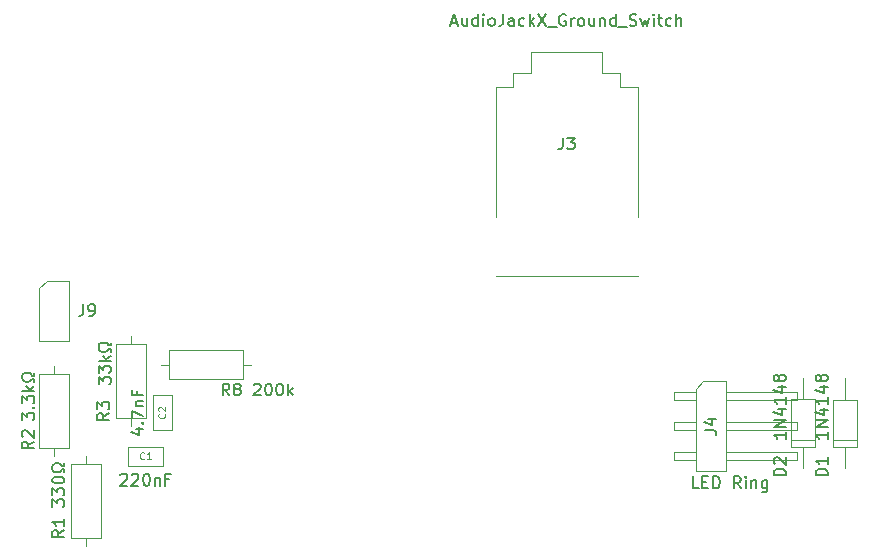
<source format=gbr>
%TF.GenerationSoftware,KiCad,Pcbnew,9.0.4*%
%TF.CreationDate,2025-09-18T23:21:34+02:00*%
%TF.ProjectId,X-DaysSynth,582d4461-7973-4537-996e-74682e6b6963,0.4*%
%TF.SameCoordinates,Original*%
%TF.FileFunction,AssemblyDrawing,Top*%
%FSLAX46Y46*%
G04 Gerber Fmt 4.6, Leading zero omitted, Abs format (unit mm)*
G04 Created by KiCad (PCBNEW 9.0.4) date 2025-09-18 23:21:34*
%MOMM*%
%LPD*%
G01*
G04 APERTURE LIST*
%ADD10C,0.150000*%
%ADD11C,0.090000*%
%ADD12C,0.100000*%
G04 APERTURE END LIST*
D10*
X109013666Y-64605819D02*
X109013666Y-65320104D01*
X109013666Y-65320104D02*
X108966047Y-65462961D01*
X108966047Y-65462961D02*
X108870809Y-65558200D01*
X108870809Y-65558200D02*
X108727952Y-65605819D01*
X108727952Y-65605819D02*
X108632714Y-65605819D01*
X109537476Y-65605819D02*
X109727952Y-65605819D01*
X109727952Y-65605819D02*
X109823190Y-65558200D01*
X109823190Y-65558200D02*
X109870809Y-65510580D01*
X109870809Y-65510580D02*
X109966047Y-65367723D01*
X109966047Y-65367723D02*
X110013666Y-65177247D01*
X110013666Y-65177247D02*
X110013666Y-64796295D01*
X110013666Y-64796295D02*
X109966047Y-64701057D01*
X109966047Y-64701057D02*
X109918428Y-64653438D01*
X109918428Y-64653438D02*
X109823190Y-64605819D01*
X109823190Y-64605819D02*
X109632714Y-64605819D01*
X109632714Y-64605819D02*
X109537476Y-64653438D01*
X109537476Y-64653438D02*
X109489857Y-64701057D01*
X109489857Y-64701057D02*
X109442238Y-64796295D01*
X109442238Y-64796295D02*
X109442238Y-65034390D01*
X109442238Y-65034390D02*
X109489857Y-65129628D01*
X109489857Y-65129628D02*
X109537476Y-65177247D01*
X109537476Y-65177247D02*
X109632714Y-65224866D01*
X109632714Y-65224866D02*
X109823190Y-65224866D01*
X109823190Y-65224866D02*
X109918428Y-65177247D01*
X109918428Y-65177247D02*
X109966047Y-65129628D01*
X109966047Y-65129628D02*
X110013666Y-65034390D01*
X140174293Y-40764504D02*
X140650483Y-40764504D01*
X140079055Y-41050219D02*
X140412388Y-40050219D01*
X140412388Y-40050219D02*
X140745721Y-41050219D01*
X141507626Y-40383552D02*
X141507626Y-41050219D01*
X141079055Y-40383552D02*
X141079055Y-40907361D01*
X141079055Y-40907361D02*
X141126674Y-41002600D01*
X141126674Y-41002600D02*
X141221912Y-41050219D01*
X141221912Y-41050219D02*
X141364769Y-41050219D01*
X141364769Y-41050219D02*
X141460007Y-41002600D01*
X141460007Y-41002600D02*
X141507626Y-40954980D01*
X142412388Y-41050219D02*
X142412388Y-40050219D01*
X142412388Y-41002600D02*
X142317150Y-41050219D01*
X142317150Y-41050219D02*
X142126674Y-41050219D01*
X142126674Y-41050219D02*
X142031436Y-41002600D01*
X142031436Y-41002600D02*
X141983817Y-40954980D01*
X141983817Y-40954980D02*
X141936198Y-40859742D01*
X141936198Y-40859742D02*
X141936198Y-40574028D01*
X141936198Y-40574028D02*
X141983817Y-40478790D01*
X141983817Y-40478790D02*
X142031436Y-40431171D01*
X142031436Y-40431171D02*
X142126674Y-40383552D01*
X142126674Y-40383552D02*
X142317150Y-40383552D01*
X142317150Y-40383552D02*
X142412388Y-40431171D01*
X142888579Y-41050219D02*
X142888579Y-40383552D01*
X142888579Y-40050219D02*
X142840960Y-40097838D01*
X142840960Y-40097838D02*
X142888579Y-40145457D01*
X142888579Y-40145457D02*
X142936198Y-40097838D01*
X142936198Y-40097838D02*
X142888579Y-40050219D01*
X142888579Y-40050219D02*
X142888579Y-40145457D01*
X143507626Y-41050219D02*
X143412388Y-41002600D01*
X143412388Y-41002600D02*
X143364769Y-40954980D01*
X143364769Y-40954980D02*
X143317150Y-40859742D01*
X143317150Y-40859742D02*
X143317150Y-40574028D01*
X143317150Y-40574028D02*
X143364769Y-40478790D01*
X143364769Y-40478790D02*
X143412388Y-40431171D01*
X143412388Y-40431171D02*
X143507626Y-40383552D01*
X143507626Y-40383552D02*
X143650483Y-40383552D01*
X143650483Y-40383552D02*
X143745721Y-40431171D01*
X143745721Y-40431171D02*
X143793340Y-40478790D01*
X143793340Y-40478790D02*
X143840959Y-40574028D01*
X143840959Y-40574028D02*
X143840959Y-40859742D01*
X143840959Y-40859742D02*
X143793340Y-40954980D01*
X143793340Y-40954980D02*
X143745721Y-41002600D01*
X143745721Y-41002600D02*
X143650483Y-41050219D01*
X143650483Y-41050219D02*
X143507626Y-41050219D01*
X144555245Y-40050219D02*
X144555245Y-40764504D01*
X144555245Y-40764504D02*
X144507626Y-40907361D01*
X144507626Y-40907361D02*
X144412388Y-41002600D01*
X144412388Y-41002600D02*
X144269531Y-41050219D01*
X144269531Y-41050219D02*
X144174293Y-41050219D01*
X145460007Y-41050219D02*
X145460007Y-40526409D01*
X145460007Y-40526409D02*
X145412388Y-40431171D01*
X145412388Y-40431171D02*
X145317150Y-40383552D01*
X145317150Y-40383552D02*
X145126674Y-40383552D01*
X145126674Y-40383552D02*
X145031436Y-40431171D01*
X145460007Y-41002600D02*
X145364769Y-41050219D01*
X145364769Y-41050219D02*
X145126674Y-41050219D01*
X145126674Y-41050219D02*
X145031436Y-41002600D01*
X145031436Y-41002600D02*
X144983817Y-40907361D01*
X144983817Y-40907361D02*
X144983817Y-40812123D01*
X144983817Y-40812123D02*
X145031436Y-40716885D01*
X145031436Y-40716885D02*
X145126674Y-40669266D01*
X145126674Y-40669266D02*
X145364769Y-40669266D01*
X145364769Y-40669266D02*
X145460007Y-40621647D01*
X146364769Y-41002600D02*
X146269531Y-41050219D01*
X146269531Y-41050219D02*
X146079055Y-41050219D01*
X146079055Y-41050219D02*
X145983817Y-41002600D01*
X145983817Y-41002600D02*
X145936198Y-40954980D01*
X145936198Y-40954980D02*
X145888579Y-40859742D01*
X145888579Y-40859742D02*
X145888579Y-40574028D01*
X145888579Y-40574028D02*
X145936198Y-40478790D01*
X145936198Y-40478790D02*
X145983817Y-40431171D01*
X145983817Y-40431171D02*
X146079055Y-40383552D01*
X146079055Y-40383552D02*
X146269531Y-40383552D01*
X146269531Y-40383552D02*
X146364769Y-40431171D01*
X146793341Y-41050219D02*
X146793341Y-40050219D01*
X146888579Y-40669266D02*
X147174293Y-41050219D01*
X147174293Y-40383552D02*
X146793341Y-40764504D01*
X147507627Y-40050219D02*
X148174293Y-41050219D01*
X148174293Y-40050219D02*
X147507627Y-41050219D01*
X148317151Y-41145457D02*
X149079055Y-41145457D01*
X149840960Y-40097838D02*
X149745722Y-40050219D01*
X149745722Y-40050219D02*
X149602865Y-40050219D01*
X149602865Y-40050219D02*
X149460008Y-40097838D01*
X149460008Y-40097838D02*
X149364770Y-40193076D01*
X149364770Y-40193076D02*
X149317151Y-40288314D01*
X149317151Y-40288314D02*
X149269532Y-40478790D01*
X149269532Y-40478790D02*
X149269532Y-40621647D01*
X149269532Y-40621647D02*
X149317151Y-40812123D01*
X149317151Y-40812123D02*
X149364770Y-40907361D01*
X149364770Y-40907361D02*
X149460008Y-41002600D01*
X149460008Y-41002600D02*
X149602865Y-41050219D01*
X149602865Y-41050219D02*
X149698103Y-41050219D01*
X149698103Y-41050219D02*
X149840960Y-41002600D01*
X149840960Y-41002600D02*
X149888579Y-40954980D01*
X149888579Y-40954980D02*
X149888579Y-40621647D01*
X149888579Y-40621647D02*
X149698103Y-40621647D01*
X150317151Y-41050219D02*
X150317151Y-40383552D01*
X150317151Y-40574028D02*
X150364770Y-40478790D01*
X150364770Y-40478790D02*
X150412389Y-40431171D01*
X150412389Y-40431171D02*
X150507627Y-40383552D01*
X150507627Y-40383552D02*
X150602865Y-40383552D01*
X151079056Y-41050219D02*
X150983818Y-41002600D01*
X150983818Y-41002600D02*
X150936199Y-40954980D01*
X150936199Y-40954980D02*
X150888580Y-40859742D01*
X150888580Y-40859742D02*
X150888580Y-40574028D01*
X150888580Y-40574028D02*
X150936199Y-40478790D01*
X150936199Y-40478790D02*
X150983818Y-40431171D01*
X150983818Y-40431171D02*
X151079056Y-40383552D01*
X151079056Y-40383552D02*
X151221913Y-40383552D01*
X151221913Y-40383552D02*
X151317151Y-40431171D01*
X151317151Y-40431171D02*
X151364770Y-40478790D01*
X151364770Y-40478790D02*
X151412389Y-40574028D01*
X151412389Y-40574028D02*
X151412389Y-40859742D01*
X151412389Y-40859742D02*
X151364770Y-40954980D01*
X151364770Y-40954980D02*
X151317151Y-41002600D01*
X151317151Y-41002600D02*
X151221913Y-41050219D01*
X151221913Y-41050219D02*
X151079056Y-41050219D01*
X152269532Y-40383552D02*
X152269532Y-41050219D01*
X151840961Y-40383552D02*
X151840961Y-40907361D01*
X151840961Y-40907361D02*
X151888580Y-41002600D01*
X151888580Y-41002600D02*
X151983818Y-41050219D01*
X151983818Y-41050219D02*
X152126675Y-41050219D01*
X152126675Y-41050219D02*
X152221913Y-41002600D01*
X152221913Y-41002600D02*
X152269532Y-40954980D01*
X152745723Y-40383552D02*
X152745723Y-41050219D01*
X152745723Y-40478790D02*
X152793342Y-40431171D01*
X152793342Y-40431171D02*
X152888580Y-40383552D01*
X152888580Y-40383552D02*
X153031437Y-40383552D01*
X153031437Y-40383552D02*
X153126675Y-40431171D01*
X153126675Y-40431171D02*
X153174294Y-40526409D01*
X153174294Y-40526409D02*
X153174294Y-41050219D01*
X154079056Y-41050219D02*
X154079056Y-40050219D01*
X154079056Y-41002600D02*
X153983818Y-41050219D01*
X153983818Y-41050219D02*
X153793342Y-41050219D01*
X153793342Y-41050219D02*
X153698104Y-41002600D01*
X153698104Y-41002600D02*
X153650485Y-40954980D01*
X153650485Y-40954980D02*
X153602866Y-40859742D01*
X153602866Y-40859742D02*
X153602866Y-40574028D01*
X153602866Y-40574028D02*
X153650485Y-40478790D01*
X153650485Y-40478790D02*
X153698104Y-40431171D01*
X153698104Y-40431171D02*
X153793342Y-40383552D01*
X153793342Y-40383552D02*
X153983818Y-40383552D01*
X153983818Y-40383552D02*
X154079056Y-40431171D01*
X154317152Y-41145457D02*
X155079056Y-41145457D01*
X155269533Y-41002600D02*
X155412390Y-41050219D01*
X155412390Y-41050219D02*
X155650485Y-41050219D01*
X155650485Y-41050219D02*
X155745723Y-41002600D01*
X155745723Y-41002600D02*
X155793342Y-40954980D01*
X155793342Y-40954980D02*
X155840961Y-40859742D01*
X155840961Y-40859742D02*
X155840961Y-40764504D01*
X155840961Y-40764504D02*
X155793342Y-40669266D01*
X155793342Y-40669266D02*
X155745723Y-40621647D01*
X155745723Y-40621647D02*
X155650485Y-40574028D01*
X155650485Y-40574028D02*
X155460009Y-40526409D01*
X155460009Y-40526409D02*
X155364771Y-40478790D01*
X155364771Y-40478790D02*
X155317152Y-40431171D01*
X155317152Y-40431171D02*
X155269533Y-40335933D01*
X155269533Y-40335933D02*
X155269533Y-40240695D01*
X155269533Y-40240695D02*
X155317152Y-40145457D01*
X155317152Y-40145457D02*
X155364771Y-40097838D01*
X155364771Y-40097838D02*
X155460009Y-40050219D01*
X155460009Y-40050219D02*
X155698104Y-40050219D01*
X155698104Y-40050219D02*
X155840961Y-40097838D01*
X156174295Y-40383552D02*
X156364771Y-41050219D01*
X156364771Y-41050219D02*
X156555247Y-40574028D01*
X156555247Y-40574028D02*
X156745723Y-41050219D01*
X156745723Y-41050219D02*
X156936199Y-40383552D01*
X157317152Y-41050219D02*
X157317152Y-40383552D01*
X157317152Y-40050219D02*
X157269533Y-40097838D01*
X157269533Y-40097838D02*
X157317152Y-40145457D01*
X157317152Y-40145457D02*
X157364771Y-40097838D01*
X157364771Y-40097838D02*
X157317152Y-40050219D01*
X157317152Y-40050219D02*
X157317152Y-40145457D01*
X157650485Y-40383552D02*
X158031437Y-40383552D01*
X157793342Y-40050219D02*
X157793342Y-40907361D01*
X157793342Y-40907361D02*
X157840961Y-41002600D01*
X157840961Y-41002600D02*
X157936199Y-41050219D01*
X157936199Y-41050219D02*
X158031437Y-41050219D01*
X158793342Y-41002600D02*
X158698104Y-41050219D01*
X158698104Y-41050219D02*
X158507628Y-41050219D01*
X158507628Y-41050219D02*
X158412390Y-41002600D01*
X158412390Y-41002600D02*
X158364771Y-40954980D01*
X158364771Y-40954980D02*
X158317152Y-40859742D01*
X158317152Y-40859742D02*
X158317152Y-40574028D01*
X158317152Y-40574028D02*
X158364771Y-40478790D01*
X158364771Y-40478790D02*
X158412390Y-40431171D01*
X158412390Y-40431171D02*
X158507628Y-40383552D01*
X158507628Y-40383552D02*
X158698104Y-40383552D01*
X158698104Y-40383552D02*
X158793342Y-40431171D01*
X159221914Y-41050219D02*
X159221914Y-40050219D01*
X159650485Y-41050219D02*
X159650485Y-40526409D01*
X159650485Y-40526409D02*
X159602866Y-40431171D01*
X159602866Y-40431171D02*
X159507628Y-40383552D01*
X159507628Y-40383552D02*
X159364771Y-40383552D01*
X159364771Y-40383552D02*
X159269533Y-40431171D01*
X159269533Y-40431171D02*
X159221914Y-40478790D01*
X149602866Y-50510219D02*
X149602866Y-51224504D01*
X149602866Y-51224504D02*
X149555247Y-51367361D01*
X149555247Y-51367361D02*
X149460009Y-51462600D01*
X149460009Y-51462600D02*
X149317152Y-51510219D01*
X149317152Y-51510219D02*
X149221914Y-51510219D01*
X149983819Y-50510219D02*
X150602866Y-50510219D01*
X150602866Y-50510219D02*
X150269533Y-50891171D01*
X150269533Y-50891171D02*
X150412390Y-50891171D01*
X150412390Y-50891171D02*
X150507628Y-50938790D01*
X150507628Y-50938790D02*
X150555247Y-50986409D01*
X150555247Y-50986409D02*
X150602866Y-51081647D01*
X150602866Y-51081647D02*
X150602866Y-51319742D01*
X150602866Y-51319742D02*
X150555247Y-51414980D01*
X150555247Y-51414980D02*
X150507628Y-51462600D01*
X150507628Y-51462600D02*
X150412390Y-51510219D01*
X150412390Y-51510219D02*
X150126676Y-51510219D01*
X150126676Y-51510219D02*
X150031438Y-51462600D01*
X150031438Y-51462600D02*
X149983819Y-51414980D01*
X110325819Y-71381713D02*
X110325819Y-70762666D01*
X110325819Y-70762666D02*
X110706771Y-71095999D01*
X110706771Y-71095999D02*
X110706771Y-70953142D01*
X110706771Y-70953142D02*
X110754390Y-70857904D01*
X110754390Y-70857904D02*
X110802009Y-70810285D01*
X110802009Y-70810285D02*
X110897247Y-70762666D01*
X110897247Y-70762666D02*
X111135342Y-70762666D01*
X111135342Y-70762666D02*
X111230580Y-70810285D01*
X111230580Y-70810285D02*
X111278200Y-70857904D01*
X111278200Y-70857904D02*
X111325819Y-70953142D01*
X111325819Y-70953142D02*
X111325819Y-71238856D01*
X111325819Y-71238856D02*
X111278200Y-71334094D01*
X111278200Y-71334094D02*
X111230580Y-71381713D01*
X110325819Y-70429332D02*
X110325819Y-69810285D01*
X110325819Y-69810285D02*
X110706771Y-70143618D01*
X110706771Y-70143618D02*
X110706771Y-70000761D01*
X110706771Y-70000761D02*
X110754390Y-69905523D01*
X110754390Y-69905523D02*
X110802009Y-69857904D01*
X110802009Y-69857904D02*
X110897247Y-69810285D01*
X110897247Y-69810285D02*
X111135342Y-69810285D01*
X111135342Y-69810285D02*
X111230580Y-69857904D01*
X111230580Y-69857904D02*
X111278200Y-69905523D01*
X111278200Y-69905523D02*
X111325819Y-70000761D01*
X111325819Y-70000761D02*
X111325819Y-70286475D01*
X111325819Y-70286475D02*
X111278200Y-70381713D01*
X111278200Y-70381713D02*
X111230580Y-70429332D01*
X111325819Y-69381713D02*
X110325819Y-69381713D01*
X110944866Y-69286475D02*
X111325819Y-69000761D01*
X110659152Y-69000761D02*
X111040104Y-69381713D01*
X111325819Y-68619808D02*
X111325819Y-68381713D01*
X111325819Y-68381713D02*
X111135342Y-68381713D01*
X111135342Y-68381713D02*
X111087723Y-68476951D01*
X111087723Y-68476951D02*
X110992485Y-68572189D01*
X110992485Y-68572189D02*
X110849628Y-68619808D01*
X110849628Y-68619808D02*
X110611533Y-68619808D01*
X110611533Y-68619808D02*
X110468676Y-68572189D01*
X110468676Y-68572189D02*
X110373438Y-68476951D01*
X110373438Y-68476951D02*
X110325819Y-68334094D01*
X110325819Y-68334094D02*
X110325819Y-68143618D01*
X110325819Y-68143618D02*
X110373438Y-68000761D01*
X110373438Y-68000761D02*
X110468676Y-67905523D01*
X110468676Y-67905523D02*
X110611533Y-67857904D01*
X110611533Y-67857904D02*
X110849628Y-67857904D01*
X110849628Y-67857904D02*
X110992485Y-67905523D01*
X110992485Y-67905523D02*
X111087723Y-68000761D01*
X111087723Y-68000761D02*
X111135342Y-68095999D01*
X111135342Y-68095999D02*
X111325819Y-68095999D01*
X111325819Y-68095999D02*
X111325819Y-67857904D01*
X111198819Y-73826666D02*
X110722628Y-74159999D01*
X111198819Y-74398094D02*
X110198819Y-74398094D01*
X110198819Y-74398094D02*
X110198819Y-74017142D01*
X110198819Y-74017142D02*
X110246438Y-73921904D01*
X110246438Y-73921904D02*
X110294057Y-73874285D01*
X110294057Y-73874285D02*
X110389295Y-73826666D01*
X110389295Y-73826666D02*
X110532152Y-73826666D01*
X110532152Y-73826666D02*
X110627390Y-73874285D01*
X110627390Y-73874285D02*
X110675009Y-73921904D01*
X110675009Y-73921904D02*
X110722628Y-74017142D01*
X110722628Y-74017142D02*
X110722628Y-74398094D01*
X110198819Y-73493332D02*
X110198819Y-72874285D01*
X110198819Y-72874285D02*
X110579771Y-73207618D01*
X110579771Y-73207618D02*
X110579771Y-73064761D01*
X110579771Y-73064761D02*
X110627390Y-72969523D01*
X110627390Y-72969523D02*
X110675009Y-72921904D01*
X110675009Y-72921904D02*
X110770247Y-72874285D01*
X110770247Y-72874285D02*
X111008342Y-72874285D01*
X111008342Y-72874285D02*
X111103580Y-72921904D01*
X111103580Y-72921904D02*
X111151200Y-72969523D01*
X111151200Y-72969523D02*
X111198819Y-73064761D01*
X111198819Y-73064761D02*
X111198819Y-73350475D01*
X111198819Y-73350475D02*
X111151200Y-73445713D01*
X111151200Y-73445713D02*
X111103580Y-73493332D01*
X112160952Y-79070057D02*
X112208571Y-79022438D01*
X112208571Y-79022438D02*
X112303809Y-78974819D01*
X112303809Y-78974819D02*
X112541904Y-78974819D01*
X112541904Y-78974819D02*
X112637142Y-79022438D01*
X112637142Y-79022438D02*
X112684761Y-79070057D01*
X112684761Y-79070057D02*
X112732380Y-79165295D01*
X112732380Y-79165295D02*
X112732380Y-79260533D01*
X112732380Y-79260533D02*
X112684761Y-79403390D01*
X112684761Y-79403390D02*
X112113333Y-79974819D01*
X112113333Y-79974819D02*
X112732380Y-79974819D01*
X113113333Y-79070057D02*
X113160952Y-79022438D01*
X113160952Y-79022438D02*
X113256190Y-78974819D01*
X113256190Y-78974819D02*
X113494285Y-78974819D01*
X113494285Y-78974819D02*
X113589523Y-79022438D01*
X113589523Y-79022438D02*
X113637142Y-79070057D01*
X113637142Y-79070057D02*
X113684761Y-79165295D01*
X113684761Y-79165295D02*
X113684761Y-79260533D01*
X113684761Y-79260533D02*
X113637142Y-79403390D01*
X113637142Y-79403390D02*
X113065714Y-79974819D01*
X113065714Y-79974819D02*
X113684761Y-79974819D01*
X114303809Y-78974819D02*
X114399047Y-78974819D01*
X114399047Y-78974819D02*
X114494285Y-79022438D01*
X114494285Y-79022438D02*
X114541904Y-79070057D01*
X114541904Y-79070057D02*
X114589523Y-79165295D01*
X114589523Y-79165295D02*
X114637142Y-79355771D01*
X114637142Y-79355771D02*
X114637142Y-79593866D01*
X114637142Y-79593866D02*
X114589523Y-79784342D01*
X114589523Y-79784342D02*
X114541904Y-79879580D01*
X114541904Y-79879580D02*
X114494285Y-79927200D01*
X114494285Y-79927200D02*
X114399047Y-79974819D01*
X114399047Y-79974819D02*
X114303809Y-79974819D01*
X114303809Y-79974819D02*
X114208571Y-79927200D01*
X114208571Y-79927200D02*
X114160952Y-79879580D01*
X114160952Y-79879580D02*
X114113333Y-79784342D01*
X114113333Y-79784342D02*
X114065714Y-79593866D01*
X114065714Y-79593866D02*
X114065714Y-79355771D01*
X114065714Y-79355771D02*
X114113333Y-79165295D01*
X114113333Y-79165295D02*
X114160952Y-79070057D01*
X114160952Y-79070057D02*
X114208571Y-79022438D01*
X114208571Y-79022438D02*
X114303809Y-78974819D01*
X115065714Y-79308152D02*
X115065714Y-79974819D01*
X115065714Y-79403390D02*
X115113333Y-79355771D01*
X115113333Y-79355771D02*
X115208571Y-79308152D01*
X115208571Y-79308152D02*
X115351428Y-79308152D01*
X115351428Y-79308152D02*
X115446666Y-79355771D01*
X115446666Y-79355771D02*
X115494285Y-79451009D01*
X115494285Y-79451009D02*
X115494285Y-79974819D01*
X116303809Y-79451009D02*
X115970476Y-79451009D01*
X115970476Y-79974819D02*
X115970476Y-78974819D01*
X115970476Y-78974819D02*
X116446666Y-78974819D01*
D11*
X114180000Y-77685748D02*
X114151428Y-77714320D01*
X114151428Y-77714320D02*
X114065714Y-77742891D01*
X114065714Y-77742891D02*
X114008571Y-77742891D01*
X114008571Y-77742891D02*
X113922857Y-77714320D01*
X113922857Y-77714320D02*
X113865714Y-77657177D01*
X113865714Y-77657177D02*
X113837143Y-77600034D01*
X113837143Y-77600034D02*
X113808571Y-77485748D01*
X113808571Y-77485748D02*
X113808571Y-77400034D01*
X113808571Y-77400034D02*
X113837143Y-77285748D01*
X113837143Y-77285748D02*
X113865714Y-77228605D01*
X113865714Y-77228605D02*
X113922857Y-77171462D01*
X113922857Y-77171462D02*
X114008571Y-77142891D01*
X114008571Y-77142891D02*
X114065714Y-77142891D01*
X114065714Y-77142891D02*
X114151428Y-77171462D01*
X114151428Y-77171462D02*
X114180000Y-77200034D01*
X114751428Y-77742891D02*
X114408571Y-77742891D01*
X114580000Y-77742891D02*
X114580000Y-77142891D01*
X114580000Y-77142891D02*
X114522857Y-77228605D01*
X114522857Y-77228605D02*
X114465714Y-77285748D01*
X114465714Y-77285748D02*
X114408571Y-77314320D01*
D10*
X161103333Y-80194819D02*
X160627143Y-80194819D01*
X160627143Y-80194819D02*
X160627143Y-79194819D01*
X161436667Y-79671009D02*
X161770000Y-79671009D01*
X161912857Y-80194819D02*
X161436667Y-80194819D01*
X161436667Y-80194819D02*
X161436667Y-79194819D01*
X161436667Y-79194819D02*
X161912857Y-79194819D01*
X162341429Y-80194819D02*
X162341429Y-79194819D01*
X162341429Y-79194819D02*
X162579524Y-79194819D01*
X162579524Y-79194819D02*
X162722381Y-79242438D01*
X162722381Y-79242438D02*
X162817619Y-79337676D01*
X162817619Y-79337676D02*
X162865238Y-79432914D01*
X162865238Y-79432914D02*
X162912857Y-79623390D01*
X162912857Y-79623390D02*
X162912857Y-79766247D01*
X162912857Y-79766247D02*
X162865238Y-79956723D01*
X162865238Y-79956723D02*
X162817619Y-80051961D01*
X162817619Y-80051961D02*
X162722381Y-80147200D01*
X162722381Y-80147200D02*
X162579524Y-80194819D01*
X162579524Y-80194819D02*
X162341429Y-80194819D01*
X164674762Y-80194819D02*
X164341429Y-79718628D01*
X164103334Y-80194819D02*
X164103334Y-79194819D01*
X164103334Y-79194819D02*
X164484286Y-79194819D01*
X164484286Y-79194819D02*
X164579524Y-79242438D01*
X164579524Y-79242438D02*
X164627143Y-79290057D01*
X164627143Y-79290057D02*
X164674762Y-79385295D01*
X164674762Y-79385295D02*
X164674762Y-79528152D01*
X164674762Y-79528152D02*
X164627143Y-79623390D01*
X164627143Y-79623390D02*
X164579524Y-79671009D01*
X164579524Y-79671009D02*
X164484286Y-79718628D01*
X164484286Y-79718628D02*
X164103334Y-79718628D01*
X165103334Y-80194819D02*
X165103334Y-79528152D01*
X165103334Y-79194819D02*
X165055715Y-79242438D01*
X165055715Y-79242438D02*
X165103334Y-79290057D01*
X165103334Y-79290057D02*
X165150953Y-79242438D01*
X165150953Y-79242438D02*
X165103334Y-79194819D01*
X165103334Y-79194819D02*
X165103334Y-79290057D01*
X165579524Y-79528152D02*
X165579524Y-80194819D01*
X165579524Y-79623390D02*
X165627143Y-79575771D01*
X165627143Y-79575771D02*
X165722381Y-79528152D01*
X165722381Y-79528152D02*
X165865238Y-79528152D01*
X165865238Y-79528152D02*
X165960476Y-79575771D01*
X165960476Y-79575771D02*
X166008095Y-79671009D01*
X166008095Y-79671009D02*
X166008095Y-80194819D01*
X166912857Y-79528152D02*
X166912857Y-80337676D01*
X166912857Y-80337676D02*
X166865238Y-80432914D01*
X166865238Y-80432914D02*
X166817619Y-80480533D01*
X166817619Y-80480533D02*
X166722381Y-80528152D01*
X166722381Y-80528152D02*
X166579524Y-80528152D01*
X166579524Y-80528152D02*
X166484286Y-80480533D01*
X166912857Y-80147200D02*
X166817619Y-80194819D01*
X166817619Y-80194819D02*
X166627143Y-80194819D01*
X166627143Y-80194819D02*
X166531905Y-80147200D01*
X166531905Y-80147200D02*
X166484286Y-80099580D01*
X166484286Y-80099580D02*
X166436667Y-80004342D01*
X166436667Y-80004342D02*
X166436667Y-79718628D01*
X166436667Y-79718628D02*
X166484286Y-79623390D01*
X166484286Y-79623390D02*
X166531905Y-79575771D01*
X166531905Y-79575771D02*
X166627143Y-79528152D01*
X166627143Y-79528152D02*
X166817619Y-79528152D01*
X166817619Y-79528152D02*
X166912857Y-79575771D01*
X161609818Y-75263333D02*
X162324103Y-75263333D01*
X162324103Y-75263333D02*
X162466960Y-75310952D01*
X162466960Y-75310952D02*
X162562199Y-75406190D01*
X162562199Y-75406190D02*
X162609818Y-75549047D01*
X162609818Y-75549047D02*
X162609818Y-75644285D01*
X161943151Y-74358571D02*
X162609818Y-74358571D01*
X161562199Y-74596666D02*
X162276484Y-74834761D01*
X162276484Y-74834761D02*
X162276484Y-74215714D01*
X103848819Y-74413808D02*
X103848819Y-73794761D01*
X103848819Y-73794761D02*
X104229771Y-74128094D01*
X104229771Y-74128094D02*
X104229771Y-73985237D01*
X104229771Y-73985237D02*
X104277390Y-73889999D01*
X104277390Y-73889999D02*
X104325009Y-73842380D01*
X104325009Y-73842380D02*
X104420247Y-73794761D01*
X104420247Y-73794761D02*
X104658342Y-73794761D01*
X104658342Y-73794761D02*
X104753580Y-73842380D01*
X104753580Y-73842380D02*
X104801200Y-73889999D01*
X104801200Y-73889999D02*
X104848819Y-73985237D01*
X104848819Y-73985237D02*
X104848819Y-74270951D01*
X104848819Y-74270951D02*
X104801200Y-74366189D01*
X104801200Y-74366189D02*
X104753580Y-74413808D01*
X104753580Y-73366189D02*
X104801200Y-73318570D01*
X104801200Y-73318570D02*
X104848819Y-73366189D01*
X104848819Y-73366189D02*
X104801200Y-73413808D01*
X104801200Y-73413808D02*
X104753580Y-73366189D01*
X104753580Y-73366189D02*
X104848819Y-73366189D01*
X103848819Y-72985237D02*
X103848819Y-72366190D01*
X103848819Y-72366190D02*
X104229771Y-72699523D01*
X104229771Y-72699523D02*
X104229771Y-72556666D01*
X104229771Y-72556666D02*
X104277390Y-72461428D01*
X104277390Y-72461428D02*
X104325009Y-72413809D01*
X104325009Y-72413809D02*
X104420247Y-72366190D01*
X104420247Y-72366190D02*
X104658342Y-72366190D01*
X104658342Y-72366190D02*
X104753580Y-72413809D01*
X104753580Y-72413809D02*
X104801200Y-72461428D01*
X104801200Y-72461428D02*
X104848819Y-72556666D01*
X104848819Y-72556666D02*
X104848819Y-72842380D01*
X104848819Y-72842380D02*
X104801200Y-72937618D01*
X104801200Y-72937618D02*
X104753580Y-72985237D01*
X104848819Y-71937618D02*
X103848819Y-71937618D01*
X104467866Y-71842380D02*
X104848819Y-71556666D01*
X104182152Y-71556666D02*
X104563104Y-71937618D01*
X104848819Y-71175713D02*
X104848819Y-70937618D01*
X104848819Y-70937618D02*
X104658342Y-70937618D01*
X104658342Y-70937618D02*
X104610723Y-71032856D01*
X104610723Y-71032856D02*
X104515485Y-71128094D01*
X104515485Y-71128094D02*
X104372628Y-71175713D01*
X104372628Y-71175713D02*
X104134533Y-71175713D01*
X104134533Y-71175713D02*
X103991676Y-71128094D01*
X103991676Y-71128094D02*
X103896438Y-71032856D01*
X103896438Y-71032856D02*
X103848819Y-70889999D01*
X103848819Y-70889999D02*
X103848819Y-70699523D01*
X103848819Y-70699523D02*
X103896438Y-70556666D01*
X103896438Y-70556666D02*
X103991676Y-70461428D01*
X103991676Y-70461428D02*
X104134533Y-70413809D01*
X104134533Y-70413809D02*
X104372628Y-70413809D01*
X104372628Y-70413809D02*
X104515485Y-70461428D01*
X104515485Y-70461428D02*
X104610723Y-70556666D01*
X104610723Y-70556666D02*
X104658342Y-70651904D01*
X104658342Y-70651904D02*
X104848819Y-70651904D01*
X104848819Y-70651904D02*
X104848819Y-70413809D01*
X104805819Y-76239666D02*
X104329628Y-76572999D01*
X104805819Y-76811094D02*
X103805819Y-76811094D01*
X103805819Y-76811094D02*
X103805819Y-76430142D01*
X103805819Y-76430142D02*
X103853438Y-76334904D01*
X103853438Y-76334904D02*
X103901057Y-76287285D01*
X103901057Y-76287285D02*
X103996295Y-76239666D01*
X103996295Y-76239666D02*
X104139152Y-76239666D01*
X104139152Y-76239666D02*
X104234390Y-76287285D01*
X104234390Y-76287285D02*
X104282009Y-76334904D01*
X104282009Y-76334904D02*
X104329628Y-76430142D01*
X104329628Y-76430142D02*
X104329628Y-76811094D01*
X103901057Y-75858713D02*
X103853438Y-75811094D01*
X103853438Y-75811094D02*
X103805819Y-75715856D01*
X103805819Y-75715856D02*
X103805819Y-75477761D01*
X103805819Y-75477761D02*
X103853438Y-75382523D01*
X103853438Y-75382523D02*
X103901057Y-75334904D01*
X103901057Y-75334904D02*
X103996295Y-75287285D01*
X103996295Y-75287285D02*
X104091533Y-75287285D01*
X104091533Y-75287285D02*
X104234390Y-75334904D01*
X104234390Y-75334904D02*
X104805819Y-75906332D01*
X104805819Y-75906332D02*
X104805819Y-75287285D01*
X123452143Y-71432057D02*
X123499762Y-71384438D01*
X123499762Y-71384438D02*
X123595000Y-71336819D01*
X123595000Y-71336819D02*
X123833095Y-71336819D01*
X123833095Y-71336819D02*
X123928333Y-71384438D01*
X123928333Y-71384438D02*
X123975952Y-71432057D01*
X123975952Y-71432057D02*
X124023571Y-71527295D01*
X124023571Y-71527295D02*
X124023571Y-71622533D01*
X124023571Y-71622533D02*
X123975952Y-71765390D01*
X123975952Y-71765390D02*
X123404524Y-72336819D01*
X123404524Y-72336819D02*
X124023571Y-72336819D01*
X124642619Y-71336819D02*
X124737857Y-71336819D01*
X124737857Y-71336819D02*
X124833095Y-71384438D01*
X124833095Y-71384438D02*
X124880714Y-71432057D01*
X124880714Y-71432057D02*
X124928333Y-71527295D01*
X124928333Y-71527295D02*
X124975952Y-71717771D01*
X124975952Y-71717771D02*
X124975952Y-71955866D01*
X124975952Y-71955866D02*
X124928333Y-72146342D01*
X124928333Y-72146342D02*
X124880714Y-72241580D01*
X124880714Y-72241580D02*
X124833095Y-72289200D01*
X124833095Y-72289200D02*
X124737857Y-72336819D01*
X124737857Y-72336819D02*
X124642619Y-72336819D01*
X124642619Y-72336819D02*
X124547381Y-72289200D01*
X124547381Y-72289200D02*
X124499762Y-72241580D01*
X124499762Y-72241580D02*
X124452143Y-72146342D01*
X124452143Y-72146342D02*
X124404524Y-71955866D01*
X124404524Y-71955866D02*
X124404524Y-71717771D01*
X124404524Y-71717771D02*
X124452143Y-71527295D01*
X124452143Y-71527295D02*
X124499762Y-71432057D01*
X124499762Y-71432057D02*
X124547381Y-71384438D01*
X124547381Y-71384438D02*
X124642619Y-71336819D01*
X125595000Y-71336819D02*
X125690238Y-71336819D01*
X125690238Y-71336819D02*
X125785476Y-71384438D01*
X125785476Y-71384438D02*
X125833095Y-71432057D01*
X125833095Y-71432057D02*
X125880714Y-71527295D01*
X125880714Y-71527295D02*
X125928333Y-71717771D01*
X125928333Y-71717771D02*
X125928333Y-71955866D01*
X125928333Y-71955866D02*
X125880714Y-72146342D01*
X125880714Y-72146342D02*
X125833095Y-72241580D01*
X125833095Y-72241580D02*
X125785476Y-72289200D01*
X125785476Y-72289200D02*
X125690238Y-72336819D01*
X125690238Y-72336819D02*
X125595000Y-72336819D01*
X125595000Y-72336819D02*
X125499762Y-72289200D01*
X125499762Y-72289200D02*
X125452143Y-72241580D01*
X125452143Y-72241580D02*
X125404524Y-72146342D01*
X125404524Y-72146342D02*
X125356905Y-71955866D01*
X125356905Y-71955866D02*
X125356905Y-71717771D01*
X125356905Y-71717771D02*
X125404524Y-71527295D01*
X125404524Y-71527295D02*
X125452143Y-71432057D01*
X125452143Y-71432057D02*
X125499762Y-71384438D01*
X125499762Y-71384438D02*
X125595000Y-71336819D01*
X126356905Y-72336819D02*
X126356905Y-71336819D01*
X126452143Y-71955866D02*
X126737857Y-72336819D01*
X126737857Y-71670152D02*
X126356905Y-72051104D01*
X121372333Y-72336819D02*
X121039000Y-71860628D01*
X120800905Y-72336819D02*
X120800905Y-71336819D01*
X120800905Y-71336819D02*
X121181857Y-71336819D01*
X121181857Y-71336819D02*
X121277095Y-71384438D01*
X121277095Y-71384438D02*
X121324714Y-71432057D01*
X121324714Y-71432057D02*
X121372333Y-71527295D01*
X121372333Y-71527295D02*
X121372333Y-71670152D01*
X121372333Y-71670152D02*
X121324714Y-71765390D01*
X121324714Y-71765390D02*
X121277095Y-71813009D01*
X121277095Y-71813009D02*
X121181857Y-71860628D01*
X121181857Y-71860628D02*
X120800905Y-71860628D01*
X121943762Y-71765390D02*
X121848524Y-71717771D01*
X121848524Y-71717771D02*
X121800905Y-71670152D01*
X121800905Y-71670152D02*
X121753286Y-71574914D01*
X121753286Y-71574914D02*
X121753286Y-71527295D01*
X121753286Y-71527295D02*
X121800905Y-71432057D01*
X121800905Y-71432057D02*
X121848524Y-71384438D01*
X121848524Y-71384438D02*
X121943762Y-71336819D01*
X121943762Y-71336819D02*
X122134238Y-71336819D01*
X122134238Y-71336819D02*
X122229476Y-71384438D01*
X122229476Y-71384438D02*
X122277095Y-71432057D01*
X122277095Y-71432057D02*
X122324714Y-71527295D01*
X122324714Y-71527295D02*
X122324714Y-71574914D01*
X122324714Y-71574914D02*
X122277095Y-71670152D01*
X122277095Y-71670152D02*
X122229476Y-71717771D01*
X122229476Y-71717771D02*
X122134238Y-71765390D01*
X122134238Y-71765390D02*
X121943762Y-71765390D01*
X121943762Y-71765390D02*
X121848524Y-71813009D01*
X121848524Y-71813009D02*
X121800905Y-71860628D01*
X121800905Y-71860628D02*
X121753286Y-71955866D01*
X121753286Y-71955866D02*
X121753286Y-72146342D01*
X121753286Y-72146342D02*
X121800905Y-72241580D01*
X121800905Y-72241580D02*
X121848524Y-72289200D01*
X121848524Y-72289200D02*
X121943762Y-72336819D01*
X121943762Y-72336819D02*
X122134238Y-72336819D01*
X122134238Y-72336819D02*
X122229476Y-72289200D01*
X122229476Y-72289200D02*
X122277095Y-72241580D01*
X122277095Y-72241580D02*
X122324714Y-72146342D01*
X122324714Y-72146342D02*
X122324714Y-71955866D01*
X122324714Y-71955866D02*
X122277095Y-71860628D01*
X122277095Y-71860628D02*
X122229476Y-71813009D01*
X122229476Y-71813009D02*
X122134238Y-71765390D01*
X168475819Y-75421857D02*
X168475819Y-75993285D01*
X168475819Y-75707571D02*
X167475819Y-75707571D01*
X167475819Y-75707571D02*
X167618676Y-75802809D01*
X167618676Y-75802809D02*
X167713914Y-75898047D01*
X167713914Y-75898047D02*
X167761533Y-75993285D01*
X168475819Y-74993285D02*
X167475819Y-74993285D01*
X167475819Y-74993285D02*
X168475819Y-74421857D01*
X168475819Y-74421857D02*
X167475819Y-74421857D01*
X167809152Y-73517095D02*
X168475819Y-73517095D01*
X167428200Y-73755190D02*
X168142485Y-73993285D01*
X168142485Y-73993285D02*
X168142485Y-73374238D01*
X168475819Y-72469476D02*
X168475819Y-73040904D01*
X168475819Y-72755190D02*
X167475819Y-72755190D01*
X167475819Y-72755190D02*
X167618676Y-72850428D01*
X167618676Y-72850428D02*
X167713914Y-72945666D01*
X167713914Y-72945666D02*
X167761533Y-73040904D01*
X167809152Y-71612333D02*
X168475819Y-71612333D01*
X167428200Y-71850428D02*
X168142485Y-72088523D01*
X168142485Y-72088523D02*
X168142485Y-71469476D01*
X167904390Y-70945666D02*
X167856771Y-71040904D01*
X167856771Y-71040904D02*
X167809152Y-71088523D01*
X167809152Y-71088523D02*
X167713914Y-71136142D01*
X167713914Y-71136142D02*
X167666295Y-71136142D01*
X167666295Y-71136142D02*
X167571057Y-71088523D01*
X167571057Y-71088523D02*
X167523438Y-71040904D01*
X167523438Y-71040904D02*
X167475819Y-70945666D01*
X167475819Y-70945666D02*
X167475819Y-70755190D01*
X167475819Y-70755190D02*
X167523438Y-70659952D01*
X167523438Y-70659952D02*
X167571057Y-70612333D01*
X167571057Y-70612333D02*
X167666295Y-70564714D01*
X167666295Y-70564714D02*
X167713914Y-70564714D01*
X167713914Y-70564714D02*
X167809152Y-70612333D01*
X167809152Y-70612333D02*
X167856771Y-70659952D01*
X167856771Y-70659952D02*
X167904390Y-70755190D01*
X167904390Y-70755190D02*
X167904390Y-70945666D01*
X167904390Y-70945666D02*
X167952009Y-71040904D01*
X167952009Y-71040904D02*
X167999628Y-71088523D01*
X167999628Y-71088523D02*
X168094866Y-71136142D01*
X168094866Y-71136142D02*
X168285342Y-71136142D01*
X168285342Y-71136142D02*
X168380580Y-71088523D01*
X168380580Y-71088523D02*
X168428200Y-71040904D01*
X168428200Y-71040904D02*
X168475819Y-70945666D01*
X168475819Y-70945666D02*
X168475819Y-70755190D01*
X168475819Y-70755190D02*
X168428200Y-70659952D01*
X168428200Y-70659952D02*
X168380580Y-70612333D01*
X168380580Y-70612333D02*
X168285342Y-70564714D01*
X168285342Y-70564714D02*
X168094866Y-70564714D01*
X168094866Y-70564714D02*
X167999628Y-70612333D01*
X167999628Y-70612333D02*
X167952009Y-70659952D01*
X167952009Y-70659952D02*
X167904390Y-70755190D01*
X168475819Y-79097094D02*
X167475819Y-79097094D01*
X167475819Y-79097094D02*
X167475819Y-78858999D01*
X167475819Y-78858999D02*
X167523438Y-78716142D01*
X167523438Y-78716142D02*
X167618676Y-78620904D01*
X167618676Y-78620904D02*
X167713914Y-78573285D01*
X167713914Y-78573285D02*
X167904390Y-78525666D01*
X167904390Y-78525666D02*
X168047247Y-78525666D01*
X168047247Y-78525666D02*
X168237723Y-78573285D01*
X168237723Y-78573285D02*
X168332961Y-78620904D01*
X168332961Y-78620904D02*
X168428200Y-78716142D01*
X168428200Y-78716142D02*
X168475819Y-78858999D01*
X168475819Y-78858999D02*
X168475819Y-79097094D01*
X167571057Y-78144713D02*
X167523438Y-78097094D01*
X167523438Y-78097094D02*
X167475819Y-78001856D01*
X167475819Y-78001856D02*
X167475819Y-77763761D01*
X167475819Y-77763761D02*
X167523438Y-77668523D01*
X167523438Y-77668523D02*
X167571057Y-77620904D01*
X167571057Y-77620904D02*
X167666295Y-77573285D01*
X167666295Y-77573285D02*
X167761533Y-77573285D01*
X167761533Y-77573285D02*
X167904390Y-77620904D01*
X167904390Y-77620904D02*
X168475819Y-78192332D01*
X168475819Y-78192332D02*
X168475819Y-77573285D01*
X106388819Y-81740142D02*
X106388819Y-81121095D01*
X106388819Y-81121095D02*
X106769771Y-81454428D01*
X106769771Y-81454428D02*
X106769771Y-81311571D01*
X106769771Y-81311571D02*
X106817390Y-81216333D01*
X106817390Y-81216333D02*
X106865009Y-81168714D01*
X106865009Y-81168714D02*
X106960247Y-81121095D01*
X106960247Y-81121095D02*
X107198342Y-81121095D01*
X107198342Y-81121095D02*
X107293580Y-81168714D01*
X107293580Y-81168714D02*
X107341200Y-81216333D01*
X107341200Y-81216333D02*
X107388819Y-81311571D01*
X107388819Y-81311571D02*
X107388819Y-81597285D01*
X107388819Y-81597285D02*
X107341200Y-81692523D01*
X107341200Y-81692523D02*
X107293580Y-81740142D01*
X106388819Y-80787761D02*
X106388819Y-80168714D01*
X106388819Y-80168714D02*
X106769771Y-80502047D01*
X106769771Y-80502047D02*
X106769771Y-80359190D01*
X106769771Y-80359190D02*
X106817390Y-80263952D01*
X106817390Y-80263952D02*
X106865009Y-80216333D01*
X106865009Y-80216333D02*
X106960247Y-80168714D01*
X106960247Y-80168714D02*
X107198342Y-80168714D01*
X107198342Y-80168714D02*
X107293580Y-80216333D01*
X107293580Y-80216333D02*
X107341200Y-80263952D01*
X107341200Y-80263952D02*
X107388819Y-80359190D01*
X107388819Y-80359190D02*
X107388819Y-80644904D01*
X107388819Y-80644904D02*
X107341200Y-80740142D01*
X107341200Y-80740142D02*
X107293580Y-80787761D01*
X106388819Y-79549666D02*
X106388819Y-79454428D01*
X106388819Y-79454428D02*
X106436438Y-79359190D01*
X106436438Y-79359190D02*
X106484057Y-79311571D01*
X106484057Y-79311571D02*
X106579295Y-79263952D01*
X106579295Y-79263952D02*
X106769771Y-79216333D01*
X106769771Y-79216333D02*
X107007866Y-79216333D01*
X107007866Y-79216333D02*
X107198342Y-79263952D01*
X107198342Y-79263952D02*
X107293580Y-79311571D01*
X107293580Y-79311571D02*
X107341200Y-79359190D01*
X107341200Y-79359190D02*
X107388819Y-79454428D01*
X107388819Y-79454428D02*
X107388819Y-79549666D01*
X107388819Y-79549666D02*
X107341200Y-79644904D01*
X107341200Y-79644904D02*
X107293580Y-79692523D01*
X107293580Y-79692523D02*
X107198342Y-79740142D01*
X107198342Y-79740142D02*
X107007866Y-79787761D01*
X107007866Y-79787761D02*
X106769771Y-79787761D01*
X106769771Y-79787761D02*
X106579295Y-79740142D01*
X106579295Y-79740142D02*
X106484057Y-79692523D01*
X106484057Y-79692523D02*
X106436438Y-79644904D01*
X106436438Y-79644904D02*
X106388819Y-79549666D01*
X107388819Y-78835380D02*
X107388819Y-78597285D01*
X107388819Y-78597285D02*
X107198342Y-78597285D01*
X107198342Y-78597285D02*
X107150723Y-78692523D01*
X107150723Y-78692523D02*
X107055485Y-78787761D01*
X107055485Y-78787761D02*
X106912628Y-78835380D01*
X106912628Y-78835380D02*
X106674533Y-78835380D01*
X106674533Y-78835380D02*
X106531676Y-78787761D01*
X106531676Y-78787761D02*
X106436438Y-78692523D01*
X106436438Y-78692523D02*
X106388819Y-78549666D01*
X106388819Y-78549666D02*
X106388819Y-78359190D01*
X106388819Y-78359190D02*
X106436438Y-78216333D01*
X106436438Y-78216333D02*
X106531676Y-78121095D01*
X106531676Y-78121095D02*
X106674533Y-78073476D01*
X106674533Y-78073476D02*
X106912628Y-78073476D01*
X106912628Y-78073476D02*
X107055485Y-78121095D01*
X107055485Y-78121095D02*
X107150723Y-78216333D01*
X107150723Y-78216333D02*
X107198342Y-78311571D01*
X107198342Y-78311571D02*
X107388819Y-78311571D01*
X107388819Y-78311571D02*
X107388819Y-78073476D01*
X107388819Y-83732666D02*
X106912628Y-84065999D01*
X107388819Y-84304094D02*
X106388819Y-84304094D01*
X106388819Y-84304094D02*
X106388819Y-83923142D01*
X106388819Y-83923142D02*
X106436438Y-83827904D01*
X106436438Y-83827904D02*
X106484057Y-83780285D01*
X106484057Y-83780285D02*
X106579295Y-83732666D01*
X106579295Y-83732666D02*
X106722152Y-83732666D01*
X106722152Y-83732666D02*
X106817390Y-83780285D01*
X106817390Y-83780285D02*
X106865009Y-83827904D01*
X106865009Y-83827904D02*
X106912628Y-83923142D01*
X106912628Y-83923142D02*
X106912628Y-84304094D01*
X107388819Y-82780285D02*
X107388819Y-83351713D01*
X107388819Y-83065999D02*
X106388819Y-83065999D01*
X106388819Y-83065999D02*
X106531676Y-83161237D01*
X106531676Y-83161237D02*
X106626914Y-83256475D01*
X106626914Y-83256475D02*
X106674533Y-83351713D01*
X172031819Y-75436857D02*
X172031819Y-76008285D01*
X172031819Y-75722571D02*
X171031819Y-75722571D01*
X171031819Y-75722571D02*
X171174676Y-75817809D01*
X171174676Y-75817809D02*
X171269914Y-75913047D01*
X171269914Y-75913047D02*
X171317533Y-76008285D01*
X172031819Y-75008285D02*
X171031819Y-75008285D01*
X171031819Y-75008285D02*
X172031819Y-74436857D01*
X172031819Y-74436857D02*
X171031819Y-74436857D01*
X171365152Y-73532095D02*
X172031819Y-73532095D01*
X170984200Y-73770190D02*
X171698485Y-74008285D01*
X171698485Y-74008285D02*
X171698485Y-73389238D01*
X172031819Y-72484476D02*
X172031819Y-73055904D01*
X172031819Y-72770190D02*
X171031819Y-72770190D01*
X171031819Y-72770190D02*
X171174676Y-72865428D01*
X171174676Y-72865428D02*
X171269914Y-72960666D01*
X171269914Y-72960666D02*
X171317533Y-73055904D01*
X171365152Y-71627333D02*
X172031819Y-71627333D01*
X170984200Y-71865428D02*
X171698485Y-72103523D01*
X171698485Y-72103523D02*
X171698485Y-71484476D01*
X171460390Y-70960666D02*
X171412771Y-71055904D01*
X171412771Y-71055904D02*
X171365152Y-71103523D01*
X171365152Y-71103523D02*
X171269914Y-71151142D01*
X171269914Y-71151142D02*
X171222295Y-71151142D01*
X171222295Y-71151142D02*
X171127057Y-71103523D01*
X171127057Y-71103523D02*
X171079438Y-71055904D01*
X171079438Y-71055904D02*
X171031819Y-70960666D01*
X171031819Y-70960666D02*
X171031819Y-70770190D01*
X171031819Y-70770190D02*
X171079438Y-70674952D01*
X171079438Y-70674952D02*
X171127057Y-70627333D01*
X171127057Y-70627333D02*
X171222295Y-70579714D01*
X171222295Y-70579714D02*
X171269914Y-70579714D01*
X171269914Y-70579714D02*
X171365152Y-70627333D01*
X171365152Y-70627333D02*
X171412771Y-70674952D01*
X171412771Y-70674952D02*
X171460390Y-70770190D01*
X171460390Y-70770190D02*
X171460390Y-70960666D01*
X171460390Y-70960666D02*
X171508009Y-71055904D01*
X171508009Y-71055904D02*
X171555628Y-71103523D01*
X171555628Y-71103523D02*
X171650866Y-71151142D01*
X171650866Y-71151142D02*
X171841342Y-71151142D01*
X171841342Y-71151142D02*
X171936580Y-71103523D01*
X171936580Y-71103523D02*
X171984200Y-71055904D01*
X171984200Y-71055904D02*
X172031819Y-70960666D01*
X172031819Y-70960666D02*
X172031819Y-70770190D01*
X172031819Y-70770190D02*
X171984200Y-70674952D01*
X171984200Y-70674952D02*
X171936580Y-70627333D01*
X171936580Y-70627333D02*
X171841342Y-70579714D01*
X171841342Y-70579714D02*
X171650866Y-70579714D01*
X171650866Y-70579714D02*
X171555628Y-70627333D01*
X171555628Y-70627333D02*
X171508009Y-70674952D01*
X171508009Y-70674952D02*
X171460390Y-70770190D01*
X172031819Y-79112094D02*
X171031819Y-79112094D01*
X171031819Y-79112094D02*
X171031819Y-78873999D01*
X171031819Y-78873999D02*
X171079438Y-78731142D01*
X171079438Y-78731142D02*
X171174676Y-78635904D01*
X171174676Y-78635904D02*
X171269914Y-78588285D01*
X171269914Y-78588285D02*
X171460390Y-78540666D01*
X171460390Y-78540666D02*
X171603247Y-78540666D01*
X171603247Y-78540666D02*
X171793723Y-78588285D01*
X171793723Y-78588285D02*
X171888961Y-78635904D01*
X171888961Y-78635904D02*
X171984200Y-78731142D01*
X171984200Y-78731142D02*
X172031819Y-78873999D01*
X172031819Y-78873999D02*
X172031819Y-79112094D01*
X172031819Y-77588285D02*
X172031819Y-78159713D01*
X172031819Y-77873999D02*
X171031819Y-77873999D01*
X171031819Y-77873999D02*
X171174676Y-77969237D01*
X171174676Y-77969237D02*
X171269914Y-78064475D01*
X171269914Y-78064475D02*
X171317533Y-78159713D01*
X113435152Y-75191761D02*
X114101819Y-75191761D01*
X113054200Y-75429856D02*
X113768485Y-75667951D01*
X113768485Y-75667951D02*
X113768485Y-75048904D01*
X114006580Y-74667951D02*
X114054200Y-74620332D01*
X114054200Y-74620332D02*
X114101819Y-74667951D01*
X114101819Y-74667951D02*
X114054200Y-74715570D01*
X114054200Y-74715570D02*
X114006580Y-74667951D01*
X114006580Y-74667951D02*
X114101819Y-74667951D01*
X113101819Y-74286999D02*
X113101819Y-73620333D01*
X113101819Y-73620333D02*
X114101819Y-74048904D01*
X113435152Y-73239380D02*
X114101819Y-73239380D01*
X113530390Y-73239380D02*
X113482771Y-73191761D01*
X113482771Y-73191761D02*
X113435152Y-73096523D01*
X113435152Y-73096523D02*
X113435152Y-72953666D01*
X113435152Y-72953666D02*
X113482771Y-72858428D01*
X113482771Y-72858428D02*
X113578009Y-72810809D01*
X113578009Y-72810809D02*
X114101819Y-72810809D01*
X113578009Y-72001285D02*
X113578009Y-72334618D01*
X114101819Y-72334618D02*
X113101819Y-72334618D01*
X113101819Y-72334618D02*
X113101819Y-71858428D01*
D11*
X115912748Y-73886999D02*
X115941320Y-73915571D01*
X115941320Y-73915571D02*
X115969891Y-74001285D01*
X115969891Y-74001285D02*
X115969891Y-74058428D01*
X115969891Y-74058428D02*
X115941320Y-74144142D01*
X115941320Y-74144142D02*
X115884177Y-74201285D01*
X115884177Y-74201285D02*
X115827034Y-74229856D01*
X115827034Y-74229856D02*
X115712748Y-74258428D01*
X115712748Y-74258428D02*
X115627034Y-74258428D01*
X115627034Y-74258428D02*
X115512748Y-74229856D01*
X115512748Y-74229856D02*
X115455605Y-74201285D01*
X115455605Y-74201285D02*
X115398462Y-74144142D01*
X115398462Y-74144142D02*
X115369891Y-74058428D01*
X115369891Y-74058428D02*
X115369891Y-74001285D01*
X115369891Y-74001285D02*
X115398462Y-73915571D01*
X115398462Y-73915571D02*
X115427034Y-73886999D01*
X115427034Y-73658428D02*
X115398462Y-73629856D01*
X115398462Y-73629856D02*
X115369891Y-73572714D01*
X115369891Y-73572714D02*
X115369891Y-73429856D01*
X115369891Y-73429856D02*
X115398462Y-73372714D01*
X115398462Y-73372714D02*
X115427034Y-73344142D01*
X115427034Y-73344142D02*
X115484177Y-73315571D01*
X115484177Y-73315571D02*
X115541320Y-73315571D01*
X115541320Y-73315571D02*
X115627034Y-73344142D01*
X115627034Y-73344142D02*
X115969891Y-73686999D01*
X115969891Y-73686999D02*
X115969891Y-73315571D01*
D12*
%TO.C,J9*%
X105283000Y-63246000D02*
X105918000Y-62611000D01*
X105283000Y-67691000D02*
X105283000Y-63246000D01*
X105918000Y-62611000D02*
X107823000Y-62611000D01*
X107823000Y-62611000D02*
X107823000Y-67691000D01*
X107823000Y-67691000D02*
X105283000Y-67691000D01*
%TO.C,J3*%
X143936200Y-46255400D02*
X143936200Y-57255401D01*
X145436200Y-45055400D02*
X145436200Y-46255400D01*
X145436200Y-45055400D02*
X146936200Y-45055400D01*
X145436200Y-46255400D02*
X143936200Y-46255400D01*
X146936200Y-45055400D02*
X146936200Y-43255400D01*
X152936200Y-43255400D02*
X146936200Y-43255400D01*
X152936200Y-45055400D02*
X152936200Y-43255400D01*
X154436200Y-45055400D02*
X152936200Y-45055400D01*
X154436200Y-45055400D02*
X154436200Y-46255400D01*
X154436200Y-46255400D02*
X155936200Y-46255400D01*
X155936199Y-62255400D02*
X143936200Y-62255400D01*
X155936200Y-46255400D02*
X155936199Y-57255400D01*
%TO.C,R3*%
X113030000Y-67310000D02*
X113030000Y-67970000D01*
X113030000Y-74930000D02*
X113030000Y-74270000D01*
X114280000Y-74270000D02*
X111780000Y-74270000D01*
X111780000Y-67970000D01*
X114280000Y-67970000D01*
X114280000Y-74270000D01*
%TO.C,C1*%
X112780000Y-76670000D02*
X115780000Y-76670000D01*
X115780000Y-78270000D01*
X112780000Y-78270000D01*
X112780000Y-76670000D01*
%TO.C,J4*%
X159065000Y-72070000D02*
X159065000Y-72710000D01*
X159065000Y-72070000D02*
X160885000Y-72070000D01*
X159065000Y-72710000D02*
X160885000Y-72710000D01*
X159065000Y-74610000D02*
X159065000Y-75250000D01*
X159065000Y-74610000D02*
X160885000Y-74610000D01*
X159065000Y-75250000D02*
X160885000Y-75250000D01*
X159065000Y-77150000D02*
X159065000Y-77790000D01*
X159065000Y-77150000D02*
X160885000Y-77150000D01*
X159065000Y-77790000D02*
X160885000Y-77790000D01*
X160885000Y-71755000D02*
X161520000Y-71120000D01*
X160885000Y-78740000D02*
X160885000Y-71755000D01*
X161520000Y-71120000D02*
X163425000Y-71120000D01*
X163425000Y-71120000D02*
X163425000Y-78740000D01*
X163425000Y-72070000D02*
X169425000Y-72070000D01*
X163425000Y-72710000D02*
X169425000Y-72710000D01*
X163425000Y-75250000D02*
X169425000Y-75250000D01*
X163425000Y-77150000D02*
X169425000Y-77150000D01*
X163425000Y-77790000D02*
X169425000Y-77790000D01*
X163425000Y-78740000D02*
X160885000Y-78740000D01*
X163425001Y-74610000D02*
X169425000Y-74610000D01*
X169425000Y-72070000D02*
X169425000Y-72710000D01*
X169425000Y-74610000D02*
X169425000Y-75250000D01*
X169425000Y-77150000D02*
X169425000Y-77790000D01*
%TO.C,R2*%
X106553000Y-69850000D02*
X106553000Y-70510000D01*
X106553000Y-77470000D02*
X106553000Y-76810000D01*
X107803000Y-76810000D02*
X105303000Y-76810000D01*
X105303000Y-70510000D01*
X107803000Y-70510000D01*
X107803000Y-76810000D01*
%TO.C,R8*%
X115570000Y-69723000D02*
X116230000Y-69723000D01*
X123190000Y-69723000D02*
X122530000Y-69723000D01*
X122530000Y-70973000D02*
X116230000Y-70973000D01*
X116230000Y-68473000D01*
X122530000Y-68473000D01*
X122530000Y-70973000D01*
%TO.C,D2*%
X168926000Y-72676000D02*
X168926000Y-76676000D01*
X168926000Y-76076000D02*
X170926000Y-76076000D01*
X168926000Y-76676000D02*
X170926000Y-76676000D01*
X169926000Y-70866000D02*
X169926000Y-72676000D01*
X169926000Y-78486000D02*
X169926000Y-76676000D01*
X170926000Y-72676000D02*
X168926000Y-72676000D01*
X170926000Y-76676000D02*
X170926000Y-72676000D01*
%TO.C,R1*%
X109220000Y-77470000D02*
X109220000Y-78130000D01*
X109220000Y-85090000D02*
X109220000Y-84430000D01*
X110470000Y-78130000D02*
X107970000Y-78130000D01*
X107970000Y-84430000D01*
X110470000Y-84430000D01*
X110470000Y-78130000D01*
%TO.C,D1*%
X172482000Y-72691000D02*
X172482000Y-76691000D01*
X172482000Y-76091000D02*
X174482000Y-76091000D01*
X172482000Y-76691000D02*
X174482000Y-76691000D01*
X173482000Y-70881000D02*
X173482000Y-72691000D01*
X173482000Y-78501000D02*
X173482000Y-76691000D01*
X174482000Y-72691000D02*
X172482000Y-72691000D01*
X174482000Y-76691000D02*
X174482000Y-72691000D01*
%TO.C,C2*%
X116497000Y-75287000D02*
X114897000Y-75287000D01*
X114897000Y-72287000D01*
X116497000Y-72287000D01*
X116497000Y-75287000D01*
%TD*%
M02*

</source>
